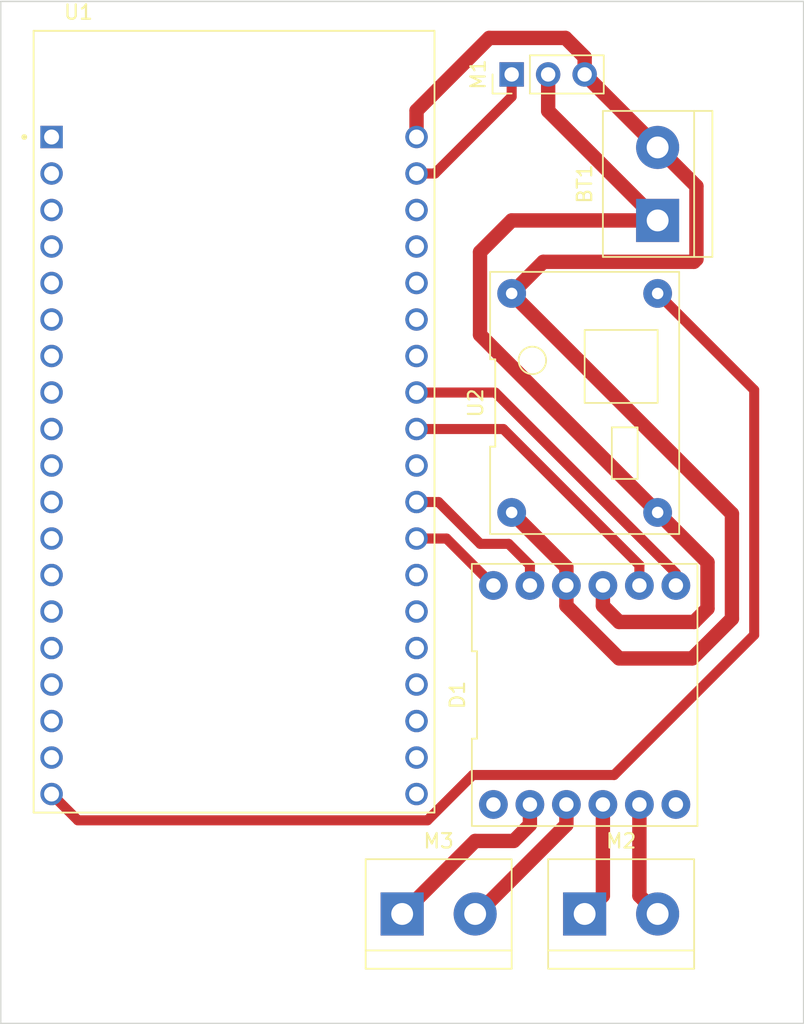
<source format=kicad_pcb>
(kicad_pcb (version 20221018) (generator pcbnew)
  (layers (0 "F.Cu" signal) (31 "B.Cu" signal) (34 "B.Paste" user) (35 "F.Paste" user) (36 "B.SilkS" user "B.Silkscreen") (37 "F.SilkS" user "F.Silkscreen") (38 "B.Mask" user) (39 "F.Mask" user) (44 "Edge.Cuts" user))
  (net 0 "")
  (net 1 "+BATT")
  (net 2 "GND")
  (net 4 "Net-(D1-OUT1)")
  (net 5 "Net-(D1-OUT2)")
  (net 6 "Net-(D1-OUT3)")
  (net 7 "Net-(D1-OUT4)")
  (net 9 "Net-(D1-IN1)")
  (net 10 "Net-(D1-IN2)")
  (net 11 "Net-(D1-IN3)")
  (net 12 "Net-(D1-IN4)")
  (net 13 "Net-(M1-PWM)")
  (net 32 "+5V")
  (footprint "MOTOR:DIP-12_600" (layer "F.Cu") (at 144.78 121.92)
    (fp_text reference "D1" (at -8.85 0 90) (layer "F.SilkS"))
    (fp_text value "~")
    (fp_line (start -7.85 -3.04) (end -7.49 -3.04) (stroke (width 0.12)) (layer "F.SilkS"))
    (fp_line (start -7.85 3.039999) (end -7.85 9.12) (stroke (width 0.12)) (layer "F.SilkS"))
    (fp_line (start -7.85 9.12) (end 7.849999 9.12) (stroke (width 0.12)) (layer "F.SilkS"))
    (fp_line (start -7.849999 -9.12) (end -7.85 -3.04) (stroke (width 0.12)) (layer "F.SilkS"))
    (fp_line (start -7.49 -3.04) (end -7.49 3.039999) (stroke (width 0.12)) (layer "F.SilkS"))
    (fp_line (start -7.49 3.039999) (end -7.85 3.039999) (stroke (width 0.12)) (layer "F.SilkS"))
    (fp_line (start 7.849999 9.12) (end 7.85 -9.12) (stroke (width 0.12)) (layer "F.SilkS"))
    (fp_line (start 7.85 -9.12) (end -7.849999 -9.12) (stroke (width 0.12)) (layer "F.SilkS"))
    (pad "1" thru_hole circle (at -6.35 7.62) (size 2 2) (drill 1) (layers "*.Cu" "*.Mask"))
    (pad "2" thru_hole circle (at -3.81 7.62) (size 2 2) (drill 1) (layers "*.Cu" "*.Mask") (net 4 "Net-(D1-OUT1)"))
    (pad "3" thru_hole circle (at -1.27 7.62) (size 2 2) (drill 1) (layers "*.Cu" "*.Mask") (net 5 "Net-(D1-OUT2)"))
    (pad "4" thru_hole circle (at 1.27 7.62) (size 2 2) (drill 1) (layers "*.Cu" "*.Mask") (net 6 "Net-(D1-OUT3)"))
    (pad "5" thru_hole circle (at 3.81 7.62) (size 2 2) (drill 1) (layers "*.Cu" "*.Mask") (net 7 "Net-(D1-OUT4)"))
    (pad "6" thru_hole circle (at 6.35 7.62) (size 2 2) (drill 1) (layers "*.Cu" "*.Mask"))
    (pad "7" thru_hole circle (at 6.35 -7.62) (size 2 2) (drill 1) (layers "*.Cu" "*.Mask") (net 9 "Net-(D1-IN1)"))
    (pad "8" thru_hole circle (at 3.81 -7.62) (size 2 2) (drill 1) (layers "*.Cu" "*.Mask") (net 10 "Net-(D1-IN2)"))
    (pad "9" thru_hole circle (at 1.27 -7.62) (size 2 2) (drill 1) (layers "*.Cu" "*.Mask") (net 1 "+BATT"))
    (pad "10" thru_hole circle (at -1.27 -7.62) (size 2 2) (drill 1) (layers "*.Cu" "*.Mask") (net 2 "GND"))
    (pad "11" thru_hole circle (at -3.81 -7.62) (size 2 2) (drill 1) (layers "*.Cu" "*.Mask") (net 11 "Net-(D1-IN3)"))
    (pad "12" thru_hole circle (at -6.35 -7.62) (size 2 2) (drill 1) (layers "*.Cu" "*.Mask") (net 12 "Net-(D1-IN4)"))
  )
  (footprint "TerminalBlock:TerminalBlock_bornier-2_P5.08mm" (layer "F.Cu") (at 132.08 137.16)
    (fp_text reference "M3" (at 2.54 -5.08) (layer "F.SilkS"))
    (fp_text value "Motor_DC")
    (fp_line (start -2.54 -3.81) (end -2.54 3.81) (stroke (width 0.12)) (layer "F.SilkS"))
    (fp_line (start -2.54 3.81) (end 7.62 3.81) (stroke (width 0.12)) (layer "F.SilkS"))
    (fp_line (start 7.62 -3.81) (end -2.54 -3.81) (stroke (width 0.12)) (layer "F.SilkS"))
    (fp_line (start 7.62 2.54) (end -2.54 2.54) (stroke (width 0.12)) (layer "F.SilkS"))
    (fp_line (start 7.62 3.81) (end 7.62 -3.81) (stroke (width 0.12)) (layer "F.SilkS"))
    (pad "1" thru_hole rect (at 0 0) (size 3 3) (drill 1.52) (layers "*.Cu" "*.Mask") (net 4 "Net-(D1-OUT1)"))
    (pad "2" thru_hole circle (at 5.08 0) (size 3 3) (drill 1.52) (layers "*.Cu" "*.Mask") (net 5 "Net-(D1-OUT2)"))
  )
  (footprint "Connector_PinHeader_2.54mm:PinHeader_1x03_P2.54mm_Vertical" (layer "F.Cu") (at 139.7 78.74 90)
    (fp_text reference "M1" (at 0 -2.33 90) (layer "F.SilkS"))
    (fp_text value "Motor_Servo")
    (fp_line (start -1.33 -1.33) (end 0 -1.33) (stroke (width 0.12)) (layer "F.SilkS"))
    (fp_line (start -1.33 0) (end -1.33 -1.33) (stroke (width 0.12)) (layer "F.SilkS"))
    (fp_line (start -1.33 1.27) (end -1.33 6.41) (stroke (width 0.12)) (layer "F.SilkS"))
    (fp_line (start -1.33 1.27) (end 1.33 1.27) (stroke (width 0.12)) (layer "F.SilkS"))
    (fp_line (start -1.33 6.41) (end 1.33 6.41) (stroke (width 0.12)) (layer "F.SilkS"))
    (fp_line (start 1.33 1.27) (end 1.33 6.41) (stroke (width 0.12)) (layer "F.SilkS"))
    (pad "1" thru_hole rect (at 0 0 90) (size 1.7 1.7) (drill 1) (layers "*.Cu" "*.Mask") (net 13 "Net-(M1-PWM)"))
    (pad "2" thru_hole oval (at 0 2.54 90) (size 1.7 1.7) (drill 1) (layers "*.Cu" "*.Mask") (net 1 "+BATT"))
    (pad "3" thru_hole oval (at 0 5.08 90) (size 1.7 1.7) (drill 1) (layers "*.Cu" "*.Mask") (net 2 "GND"))
  )
  (footprint "MOTOR:DIP-4_600" (layer "F.Cu") (at 144.78 101.6)
    (fp_text reference "U2" (at -7.58 0 90) (layer "F.SilkS"))
    (fp_text value "~")
    (fp_line (start -6.58 -3.04) (end -6.22 -3.04) (stroke (width 0.12)) (layer "F.SilkS"))
    (fp_line (start -6.58 3.039999) (end -6.58 9.12) (stroke (width 0.12)) (layer "F.SilkS"))
    (fp_line (start -6.58 9.12) (end 6.579999 9.12) (stroke (width 0.12)) (layer "F.SilkS"))
    (fp_line (start -6.579999 -9.12) (end -6.58 -3.04) (stroke (width 0.12)) (layer "F.SilkS"))
    (fp_line (start -6.22 -3.04) (end -6.22 3.039999) (stroke (width 0.12)) (layer "F.SilkS"))
    (fp_line (start -6.22 3.039999) (end -6.58 3.039999) (stroke (width 0.12)) (layer "F.SilkS"))
    (fp_line (start 6.579999 9.12) (end 6.58 -9.12) (stroke (width 0.12)) (layer "F.SilkS"))
    (fp_line (start 6.58 -9.12) (end -6.579999 -9.12) (stroke (width 0.12)) (layer "F.SilkS"))
    (fp_rect (start 1.892391 1.698299) (end 3.687737 5.288991) (stroke (width 0.12)) (fill none) (layer "F.SilkS"))
    (fp_rect (start 5.08 -5.08) (end 0 0) (stroke (width 0.12)) (fill none) (layer "F.SilkS"))
    (fp_circle (center -3.639214 -2.959894) (end -2.814325 -3.445122) (stroke (width 0.12)) (fill none) (layer "F.SilkS"))
    (pad "1" thru_hole circle (at -5.08 7.62) (size 2 2) (drill 0.8) (layers "*.Cu" "*.Mask") (net 2 "GND"))
    (pad "2" thru_hole circle (at 5.08 7.62) (size 2 2) (drill 0.8) (layers "*.Cu" "*.Mask") (net 1 "+BATT"))
    (pad "3" thru_hole circle (at 5.08 -7.62) (size 2 2) (drill 0.8) (layers "*.Cu" "*.Mask") (net 32 "+5V"))
    (pad "4" thru_hole circle (at -5.08 -7.62) (size 2 2) (drill 0.8) (layers "*.Cu" "*.Mask") (net 2 "GND"))
  )
  (footprint "ESP32-DEVKITC-32D:MODULE_ESP32-DEVKITC-32D" (layer "F.Cu") (at 120.38 102.855)
    (fp_text reference "U1" (at -10.829175 -28.446045) (layer "F.SilkS") (effects (font (size 1.000386 1.000386))))
    (fp_text value "ESP32-DEVKITC-32D")
    (fp_line (start -13.95 -27.15) (end 13.95 -27.15) (stroke (width 0.127)) (layer "F.SilkS"))
    (fp_line (start -13.95 27.25) (end -13.95 -27.15) (stroke (width 0.127)) (layer "F.SilkS"))
    (fp_line (start 13.95 -27.15) (end 13.95 27.25) (stroke (width 0.127)) (layer "F.SilkS"))
    (fp_line (start 13.95 27.25) (end -13.95 27.25) (stroke (width 0.127)) (layer "F.SilkS"))
    (fp_circle (center -14.6 -19.76) (end -14.5 -19.76) (stroke (width 0.2)) (fill none) (layer "F.SilkS"))
    (pad "J2-1" thru_hole rect (at -12.7 -19.76) (size 1.56 1.56) (drill 1.04) (layers "*.Cu" "*.Mask"))
    (pad "J2-2" thru_hole circle (at -12.7 -17.22) (size 1.56 1.56) (drill 1.04) (layers "*.Cu" "*.Mask"))
    (pad "J2-3" thru_hole circle (at -12.7 -14.68) (size 1.56 1.56) (drill 1.04) (layers "*.Cu" "*.Mask"))
    (pad "J2-4" thru_hole circle (at -12.7 -12.14) (size 1.56 1.56) (drill 1.04) (layers "*.Cu" "*.Mask"))
    (pad "J2-5" thru_hole circle (at -12.7 -9.6) (size 1.56 1.56) (drill 1.04) (layers "*.Cu" "*.Mask"))
    (pad "J2-6" thru_hole circle (at -12.7 -7.06) (size 1.56 1.56) (drill 1.04) (layers "*.Cu" "*.Mask"))
    (pad "J2-7" thru_hole circle (at -12.7 -4.52) (size 1.56 1.56) (drill 1.04) (layers "*.Cu" "*.Mask"))
    (pad "J2-8" thru_hole circle (at -12.7 -1.98) (size 1.56 1.56) (drill 1.04) (layers "*.Cu" "*.Mask"))
    (pad "J2-9" thru_hole circle (at -12.7 0.56) (size 1.56 1.56) (drill 1.04) (layers "*.Cu" "*.Mask"))
    (pad "J2-10" thru_hole circle (at -12.7 3.1) (size 1.56 1.56) (drill 1.04) (layers "*.Cu" "*.Mask"))
    (pad "J2-11" thru_hole circle (at -12.7 5.64) (size 1.56 1.56) (drill 1.04) (layers "*.Cu" "*.Mask"))
    (pad "J2-12" thru_hole circle (at -12.7 8.18) (size 1.56 1.56) (drill 1.04) (layers "*.Cu" "*.Mask"))
    (pad "J2-13" thru_hole circle (at -12.7 10.72) (size 1.56 1.56) (drill 1.04) (layers "*.Cu" "*.Mask"))
    (pad "J2-14" thru_hole circle (at -12.7 13.26) (size 1.56 1.56) (drill 1.04) (layers "*.Cu" "*.Mask"))
    (pad "J2-15" thru_hole circle (at -12.7 15.8) (size 1.56 1.56) (drill 1.04) (layers "*.Cu" "*.Mask"))
    (pad "J2-16" thru_hole circle (at -12.7 18.34) (size 1.56 1.56) (drill 1.04) (layers "*.Cu" "*.Mask"))
    (pad "J2-17" thru_hole circle (at -12.7 20.88) (size 1.56 1.56) (drill 1.04) (layers "*.Cu" "*.Mask"))
    (pad "J2-18" thru_hole circle (at -12.7 23.42) (size 1.56 1.56) (drill 1.04) (layers "*.Cu" "*.Mask"))
    (pad "J2-19" thru_hole circle (at -12.7 25.96) (size 1.56 1.56) (drill 1.04) (layers "*.Cu" "*.Mask") (net 32 "+5V"))
    (pad "J3-1" thru_hole circle (at 12.7 -19.76) (size 1.56 1.56) (drill 1.04) (layers "*.Cu" "*.Mask") (net 2 "GND"))
    (pad "J3-2" thru_hole circle (at 12.7 -17.22) (size 1.56 1.56) (drill 1.04) (layers "*.Cu" "*.Mask") (net 13 "Net-(M1-PWM)"))
    (pad "J3-3" thru_hole circle (at 12.7 -14.68) (size 1.56 1.56) (drill 1.04) (layers "*.Cu" "*.Mask"))
    (pad "J3-4" thru_hole circle (at 12.7 -12.14) (size 1.56 1.56) (drill 1.04) (layers "*.Cu" "*.Mask"))
    (pad "J3-5" thru_hole circle (at 12.7 -9.6) (size 1.56 1.56) (drill 1.04) (layers "*.Cu" "*.Mask"))
    (pad "J3-6" thru_hole circle (at 12.7 -7.06) (size 1.56 1.56) (drill 1.04) (layers "*.Cu" "*.Mask"))
    (pad "J3-7" thru_hole circle (at 12.7 -4.52) (size 1.56 1.56) (drill 1.04) (layers "*.Cu" "*.Mask"))
    (pad "J3-8" thru_hole circle (at 12.7 -1.98) (size 1.56 1.56) (drill 1.04) (layers "*.Cu" "*.Mask") (net 9 "Net-(D1-IN1)"))
    (pad "J3-9" thru_hole circle (at 12.7 0.56) (size 1.56 1.56) (drill 1.04) (layers "*.Cu" "*.Mask") (net 10 "Net-(D1-IN2)"))
    (pad "J3-10" thru_hole circle (at 12.7 3.1) (size 1.56 1.56) (drill 1.04) (layers "*.Cu" "*.Mask"))
    (pad "J3-11" thru_hole circle (at 12.7 5.64) (size 1.56 1.56) (drill 1.04) (layers "*.Cu" "*.Mask") (net 11 "Net-(D1-IN3)"))
    (pad "J3-12" thru_hole circle (at 12.7 8.18) (size 1.56 1.56) (drill 1.04) (layers "*.Cu" "*.Mask") (net 12 "Net-(D1-IN4)"))
    (pad "J3-13" thru_hole circle (at 12.7 10.72) (size 1.56 1.56) (drill 1.04) (layers "*.Cu" "*.Mask"))
    (pad "J3-14" thru_hole circle (at 12.7 13.26) (size 1.56 1.56) (drill 1.04) (layers "*.Cu" "*.Mask"))
    (pad "J3-15" thru_hole circle (at 12.7 15.8) (size 1.56 1.56) (drill 1.04) (layers "*.Cu" "*.Mask"))
    (pad "J3-16" thru_hole circle (at 12.7 18.34) (size 1.56 1.56) (drill 1.04) (layers "*.Cu" "*.Mask"))
    (pad "J3-17" thru_hole circle (at 12.7 20.88) (size 1.56 1.56) (drill 1.04) (layers "*.Cu" "*.Mask"))
    (pad "J3-18" thru_hole circle (at 12.7 23.42) (size 1.56 1.56) (drill 1.04) (layers "*.Cu" "*.Mask"))
    (pad "J3-19" thru_hole circle (at 12.7 25.96) (size 1.56 1.56) (drill 1.04) (layers "*.Cu" "*.Mask"))
  )
  (footprint "TerminalBlock:TerminalBlock_bornier-2_P5.08mm" (layer "F.Cu") (at 144.78 137.16)
    (fp_text reference "M2" (at 2.54 -5.08) (layer "F.SilkS"))
    (fp_text value "Motor_DC")
    (fp_line (start -2.54 -3.81) (end -2.54 3.81) (stroke (width 0.12)) (layer "F.SilkS"))
    (fp_line (start -2.54 3.81) (end 7.62 3.81) (stroke (width 0.12)) (layer "F.SilkS"))
    (fp_line (start 7.62 -3.81) (end -2.54 -3.81) (stroke (width 0.12)) (layer "F.SilkS"))
    (fp_line (start 7.62 2.54) (end -2.54 2.54) (stroke (width 0.12)) (layer "F.SilkS"))
    (fp_line (start 7.62 3.81) (end 7.62 -3.81) (stroke (width 0.12)) (layer "F.SilkS"))
    (pad "1" thru_hole rect (at 0 0) (size 3 3) (drill 1.52) (layers "*.Cu" "*.Mask") (net 6 "Net-(D1-OUT3)"))
    (pad "2" thru_hole circle (at 5.08 0) (size 3 3) (drill 1.52) (layers "*.Cu" "*.Mask") (net 7 "Net-(D1-OUT4)"))
  )
  (footprint "TerminalBlock:TerminalBlock_bornier-2_P5.08mm" (layer "F.Cu") (at 149.86 88.9 90)
    (fp_text reference "BT1" (at 2.54 -5.08 90) (layer "F.SilkS"))
    (fp_text value "Battery")
    (fp_line (start -2.54 -3.81) (end -2.54 3.81) (stroke (width 0.12)) (layer "F.SilkS"))
    (fp_line (start -2.54 3.81) (end 7.62 3.81) (stroke (width 0.12)) (layer "F.SilkS"))
    (fp_line (start 7.62 -3.81) (end -2.54 -3.81) (stroke (width 0.12)) (layer "F.SilkS"))
    (fp_line (start 7.62 2.54) (end -2.54 2.54) (stroke (width 0.12)) (layer "F.SilkS"))
    (fp_line (start 7.62 3.81) (end 7.62 -3.81) (stroke (width 0.12)) (layer "F.SilkS"))
    (pad "1" thru_hole rect (at 0 0 90) (size 3 3) (drill 1.52) (layers "*.Cu" "*.Mask") (net 1 "+BATT"))
    (pad "2" thru_hole circle (at 5.08 0 90) (size 3 3) (drill 1.52) (layers "*.Cu" "*.Mask") (net 2 "GND"))
  )
  (gr_rect (start 104.14 73.66) (end 160.02 144.78) (stroke (width 0.1)) (fill none) (layer "Edge.Cuts"))
  (segment (start 149.86 88.9) (end 142.24 81.28) (width 1) (layer "F.Cu") (net 1))
  (segment (start 149.86 109.22) (end 137.5 96.86) (width 1) (layer "F.Cu") (net 1))
  (segment (start 152.4 116.84) (end 153.33 115.91) (width 1) (layer "F.Cu") (net 1))
  (segment (start 153.33 115.91) (end 153.33 112.69) (width 1) (layer "F.Cu") (net 1))
  (segment (start 147.175787 116.84) (end 152.4 116.84) (width 1) (layer "F.Cu") (net 1))
  (segment (start 153.33 112.69) (end 149.86 109.22) (width 1) (layer "F.Cu") (net 1))
  (segment (start 139.7 88.9) (end 149.86 88.9) (width 1) (layer "F.Cu") (net 1))
  (segment (start 137.5 96.86) (end 137.5 91.1) (width 1) (layer "F.Cu") (net 1))
  (segment (start 142.24 81.28) (end 142.24 78.74) (width 1) (layer "F.Cu") (net 1))
  (segment (start 146.05 115.714213) (end 147.175787 116.84) (width 1) (layer "F.Cu") (net 1))
  (segment (start 146.05 114.3) (end 146.05 115.714213) (width 1) (layer "F.Cu") (net 1))
  (segment (start 137.5 91.1) (end 139.7 88.9) (width 1) (layer "F.Cu") (net 1))
  (segment (start 138.14 76.2) (end 143.442081 76.2) (width 1) (layer "F.Cu") (net 2))
  (segment (start 155.03 109.31) (end 155.03 116.614164) (width 1) (layer "F.Cu") (net 2))
  (segment (start 143.51 114.3) (end 143.51 115.714213) (width 1) (layer "F.Cu") (net 2))
  (segment (start 143.51 113.03) (end 139.7 109.22) (width 1) (layer "F.Cu") (net 2))
  (segment (start 152.56 86.52) (end 149.86 83.82) (width 1) (layer "F.Cu") (net 2))
  (segment (start 143.51 114.3) (end 143.51 113.03) (width 1) (layer "F.Cu") (net 2))
  (segment (start 139.7 93.98) (end 155.03 109.31) (width 1) (layer "F.Cu") (net 2))
  (segment (start 133.08 81.26) (end 138.14 76.2) (width 1) (layer "F.Cu") (net 2))
  (segment (start 143.442081 76.2) (end 144.78 77.537919) (width 1) (layer "F.Cu") (net 2))
  (segment (start 152.38 91.78) (end 152.56 91.6) (width 1) (layer "F.Cu") (net 2))
  (segment (start 149.86 83.82) (end 144.78 78.74) (width 1) (layer "F.Cu") (net 2))
  (segment (start 133.08 83.095) (end 133.08 81.26) (width 1) (layer "F.Cu") (net 2))
  (segment (start 139.7 93.98) (end 141.9 91.78) (width 1) (layer "F.Cu") (net 2))
  (segment (start 143.51 115.714213) (end 147.175787 119.38) (width 1) (layer "F.Cu") (net 2))
  (segment (start 152.56 91.6) (end 152.56 86.52) (width 1) (layer "F.Cu") (net 2))
  (segment (start 144.78 77.537919) (end 144.78 78.74) (width 1) (layer "F.Cu") (net 2))
  (segment (start 141.9 91.78) (end 152.38 91.78) (width 1) (layer "F.Cu") (net 2))
  (segment (start 152.264164 119.38) (end 147.32 119.38) (width 1) (layer "F.Cu") (net 2))
  (segment (start 155.03 116.614164) (end 152.264164 119.38) (width 1) (layer "F.Cu") (net 2))
  (segment (start 140.97 130.954213) (end 139.844213 132.08) (width 1) (layer "F.Cu") (net 4))
  (segment (start 139.844213 132.08) (end 137.16 132.08) (width 1) (layer "F.Cu") (net 4))
  (segment (start 140.97 129.54) (end 140.97 130.954213) (width 1) (layer "F.Cu") (net 4))
  (segment (start 137.16 132.08) (end 132.08 137.16) (width 1) (layer "F.Cu") (net 4))
  (segment (start 143.51 129.54) (end 143.51 130.954213) (width 1) (layer "F.Cu") (net 5))
  (segment (start 137.304213 137.16) (end 137.16 137.16) (width 1) (layer "F.Cu") (net 5))
  (segment (start 143.51 130.954213) (end 137.304213 137.16) (width 1) (layer "F.Cu") (net 5))
  (segment (start 146.05 129.54) (end 146.05 135.89) (width 1) (layer "F.Cu") (net 6))
  (segment (start 146.05 135.89) (end 144.78 137.16) (width 1) (layer "F.Cu") (net 6))
  (segment (start 148.59 135.89) (end 149.86 137.16) (width 1) (layer "F.Cu") (net 7))
  (segment (start 148.59 129.54) (end 148.59 135.89) (width 1) (layer "F.Cu") (net 7))
  (segment (start 151.13 113.445889) (end 138.559111 100.875) (width 0.7) (layer "F.Cu") (net 9))
  (segment (start 151.13 114.3) (end 151.13 113.445889) (width 0.7) (layer "F.Cu") (net 9))
  (segment (start 138.559111 100.875) (end 133.08 100.875) (width 0.7) (layer "F.Cu") (net 9))
  (segment (start 148.59 114.3) (end 148.59 112.885787) (width 0.7) (layer "F.Cu") (net 10))
  (segment (start 139.119213 103.415) (end 133.08 103.415) (width 0.7) (layer "F.Cu") (net 10))
  (segment (start 148.59 112.885787) (end 139.119213 103.415) (width 0.7) (layer "F.Cu") (net 10))
  (segment (start 140.97 114.3) (end 140.97 112.885787) (width 0.7) (layer "F.Cu") (net 11))
  (segment (start 137.514949 111.405051) (end 134.604898 108.495) (width 0.7) (layer "F.Cu") (net 11))
  (segment (start 134.604898 108.495) (end 133.08 108.495) (width 0.7) (layer "F.Cu") (net 11))
  (segment (start 139.489264 111.405051) (end 137.514949 111.405051) (width 0.7) (layer "F.Cu") (net 11))
  (segment (start 140.97 112.885787) (end 139.489264 111.405051) (width 0.7) (layer "F.Cu") (net 11))
  (segment (start 138.43 114.3) (end 135.165 111.035) (width 0.7) (layer "F.Cu") (net 12))
  (segment (start 135.165 111.035) (end 133.08 111.035) (width 0.7) (layer "F.Cu") (net 12))
  (segment (start 139.7 78.74) (end 139.7 80.29) (width 0.7) (layer "F.Cu") (net 13))
  (segment (start 134.355 85.635) (end 133.08 85.635) (width 0.7) (layer "F.Cu") (net 13))
  (segment (start 139.7 80.29) (end 134.355 85.635) (width 0.7) (layer "F.Cu") (net 13))
  (segment (start 156.58 117.74) (end 146.83 127.49) (width 0.7) (layer "F.Cu") (net 32))
  (segment (start 133.838011 130.645) (end 109.51 130.645) (width 0.7) (layer "F.Cu") (net 32))
  (segment (start 146.83 127.49) (end 136.993011 127.49) (width 0.7) (layer "F.Cu") (net 32))
  (segment (start 149.86 93.98) (end 156.58 100.7) (width 0.7) (layer "F.Cu") (net 32))
  (segment (start 136.993011 127.49) (end 133.838011 130.645) (width 0.7) (layer "F.Cu") (net 32))
  (segment (start 107.68 128.815) (end 109.51 130.645) (width 0.7) (layer "F.Cu") (net 32))
  (segment (start 156.58 100.7) (end 156.58 117.74) (width 0.7) (layer "F.Cu") (net 32))
)
</source>
